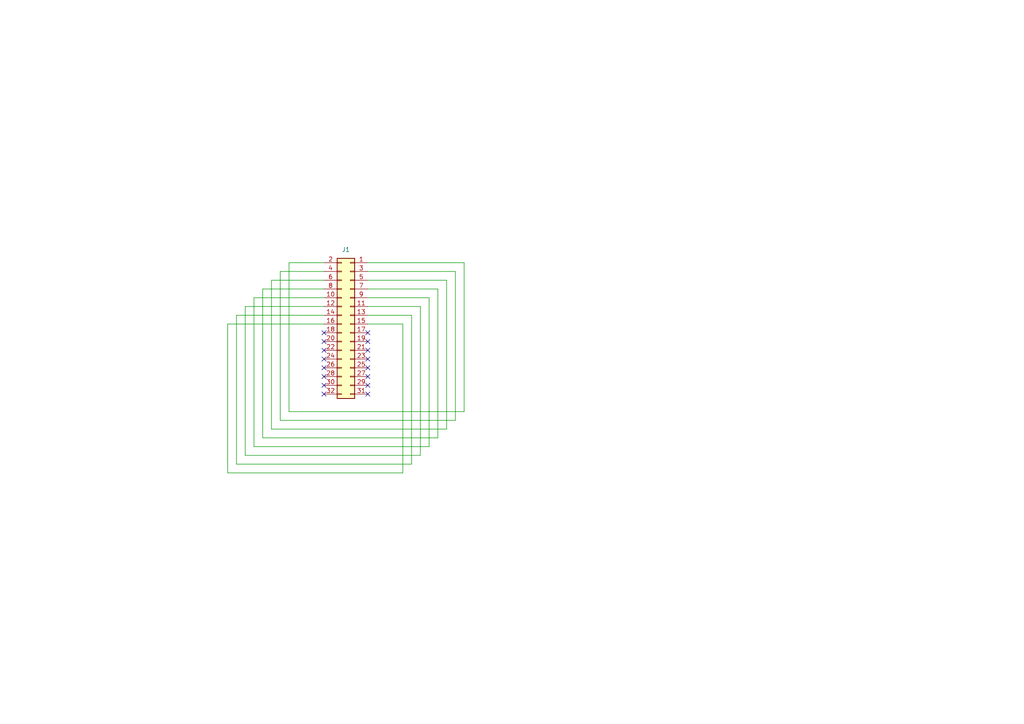
<source format=kicad_sch>
(kicad_sch (version 20231120) (generator "eeschema") (generator_version "8.0")
  (paper "A4")
  (lib_symbols
    (symbol "kicad_inventree_lib:PinHeader P2.54 02x16 SMD Straight" (pin_names (offset 1.016) hide)
      (property "Reference" "J" (at 1.27 20.32 0))
      (property "Value" "PinHeader P2.54 02x16 SMD Straight" (at 1.27 -22.86 0))
      (symbol "PinHeader P2.54 02x16 SMD Straight_1_1"
        (rectangle (start -1.27 -20.193) (end 0 -20.447) (stroke (width 0.1524)))
        (rectangle (start -1.27 -17.653) (end 0 -17.907) (stroke (width 0.1524)))
        (rectangle (start -1.27 -15.113) (end 0 -15.367) (stroke (width 0.1524)))
        (rectangle (start -1.27 -12.573) (end 0 -12.827) (stroke (width 0.1524)))
        (rectangle (start -1.27 -10.033) (end 0 -10.287) (stroke (width 0.1524)))
        (rectangle (start -1.27 -7.493) (end 0 -7.747) (stroke (width 0.1524)))
        (rectangle (start -1.27 -4.953) (end 0 -5.207) (stroke (width 0.1524)))
        (rectangle (start -1.27 -2.413) (end 0 -2.667) (stroke (width 0.1524)))
        (rectangle (start -1.27 0.127) (end 0 -0.127) (stroke (width 0.1524)))
        (rectangle (start -1.27 2.667) (end 0 2.413) (stroke (width 0.1524)))
        (rectangle (start -1.27 5.207) (end 0 4.953) (stroke (width 0.1524)))
        (rectangle (start -1.27 7.747) (end 0 7.493) (stroke (width 0.1524)))
        (rectangle (start -1.27 10.287) (end 0 10.033) (stroke (width 0.1524)))
        (rectangle (start -1.27 12.827) (end 0 12.573) (stroke (width 0.1524)))
        (rectangle (start -1.27 15.367) (end 0 15.113) (stroke (width 0.1524)))
        (rectangle (start -1.27 17.907) (end 0 17.653) (stroke (width 0.1524)))
        (rectangle (start -1.27 19.05) (end 3.81 -21.59) (stroke (width 0.254)) (fill (type background)))
        (rectangle (start 3.81 -20.193) (end 2.54 -20.447) (stroke (width 0.1524)))
        (rectangle (start 3.81 -17.653) (end 2.54 -17.907) (stroke (width 0.1524)))
        (rectangle (start 3.81 -15.113) (end 2.54 -15.367) (stroke (width 0.1524)))
        (rectangle (start 3.81 -12.573) (end 2.54 -12.827) (stroke (width 0.1524)))
        (rectangle (start 3.81 -10.033) (end 2.54 -10.287) (stroke (width 0.1524)))
        (rectangle (start 3.81 -7.493) (end 2.54 -7.747) (stroke (width 0.1524)))
        (rectangle (start 3.81 -4.953) (end 2.54 -5.207) (stroke (width 0.1524)))
        (rectangle (start 3.81 -2.413) (end 2.54 -2.667) (stroke (width 0.1524)))
        (rectangle (start 3.81 0.127) (end 2.54 -0.127) (stroke (width 0.1524)))
        (rectangle (start 3.81 2.667) (end 2.54 2.413) (stroke (width 0.1524)))
        (rectangle (start 3.81 5.207) (end 2.54 4.953) (stroke (width 0.1524)))
        (rectangle (start 3.81 7.747) (end 2.54 7.493) (stroke (width 0.1524)))
        (rectangle (start 3.81 10.287) (end 2.54 10.033) (stroke (width 0.1524)))
        (rectangle (start 3.81 12.827) (end 2.54 12.573) (stroke (width 0.1524)))
        (rectangle (start 3.81 15.367) (end 2.54 15.113) (stroke (width 0.1524)))
        (rectangle (start 3.81 17.907) (end 2.54 17.653) (stroke (width 0.1524)))
        (pin passive line (at -5.08 17.78 0) (length 3.81) (name "Pin_1") (number "1"))
        (pin passive line (at 7.62 7.62 180) (length 3.81) (name "Pin_10") (number "10"))
        (pin passive line (at -5.08 5.08 0) (length 3.81) (name "Pin_11") (number "11"))
        (pin passive line (at 7.62 5.08 180) (length 3.81) (name "Pin_12") (number "12"))
        (pin passive line (at -5.08 2.54 0) (length 3.81) (name "Pin_13") (number "13"))
        (pin passive line (at 7.62 2.54 180) (length 3.81) (name "Pin_14") (number "14"))
        (pin passive line (at -5.08 0 0) (length 3.81) (name "Pin_15") (number "15"))
        (pin passive line (at 7.62 0 180) (length 3.81) (name "Pin_16") (number "16"))
        (pin passive line (at -5.08 -2.54 0) (length 3.81) (name "Pin_17") (number "17"))
        (pin passive line (at 7.62 -2.54 180) (length 3.81) (name "Pin_18") (number "18"))
        (pin passive line (at -5.08 -5.08 0) (length 3.81) (name "Pin_19") (number "19"))
        (pin passive line (at 7.62 17.78 180) (length 3.81) (name "Pin_2") (number "2"))
        (pin passive line (at 7.62 -5.08 180) (length 3.81) (name "Pin_20") (number "20"))
        (pin passive line (at -5.08 -7.62 0) (length 3.81) (name "Pin_21") (number "21"))
        (pin passive line (at 7.62 -7.62 180) (length 3.81) (name "Pin_22") (number "22"))
        (pin passive line (at -5.08 -10.16 0) (length 3.81) (name "Pin_23") (number "23"))
        (pin passive line (at 7.62 -10.16 180) (length 3.81) (name "Pin_24") (number "24"))
        (pin passive line (at -5.08 -12.7 0) (length 3.81) (name "Pin_25") (number "25"))
        (pin passive line (at 7.62 -12.7 180) (length 3.81) (name "Pin_26") (number "26"))
        (pin passive line (at -5.08 -15.24 0) (length 3.81) (name "Pin_27") (number "27"))
        (pin passive line (at 7.62 -15.24 180) (length 3.81) (name "Pin_28") (number "28"))
        (pin passive line (at -5.08 -17.78 0) (length 3.81) (name "Pin_29") (number "29"))
        (pin passive line (at -5.08 15.24 0) (length 3.81) (name "Pin_3") (number "3"))
        (pin passive line (at 7.62 -17.78 180) (length 3.81) (name "Pin_30") (number "30"))
        (pin passive line (at -5.08 -20.32 0) (length 3.81) (name "Pin_31") (number "31"))
        (pin passive line (at 7.62 -20.32 180) (length 3.81) (name "Pin_32") (number "32"))
        (pin passive line (at 7.62 15.24 180) (length 3.81) (name "Pin_4") (number "4"))
        (pin passive line (at -5.08 12.7 0) (length 3.81) (name "Pin_5") (number "5"))
        (pin passive line (at 7.62 12.7 180) (length 3.81) (name "Pin_6") (number "6"))
        (pin passive line (at -5.08 10.16 0) (length 3.81) (name "Pin_7") (number "7"))
        (pin passive line (at 7.62 10.16 180) (length 3.81) (name "Pin_8") (number "8"))
        (pin passive line (at -5.08 7.62 0) (length 3.81) (name "Pin_9") (number "9"))
      )
    )
  )
  (no_connect (at 106.68 104.14))
  (no_connect (at 106.68 101.6))
  (no_connect (at 106.68 114.3))
  (no_connect (at 106.68 99.06))
  (no_connect (at 93.98 111.76))
  (no_connect (at 93.98 114.3))
  (no_connect (at 93.98 109.22))
  (no_connect (at 93.98 106.68))
  (no_connect (at 106.68 96.52))
  (no_connect (at 106.68 111.76))
  (no_connect (at 93.98 99.06))
  (no_connect (at 93.98 104.14))
  (no_connect (at 106.68 106.68))
  (no_connect (at 93.98 96.52))
  (no_connect (at 106.68 109.22))
  (no_connect (at 93.98 101.6))
  (wire (pts (xy 106.68 93.98) (xy 116.84 93.98)))
  (wire (pts (xy 76.2 83.82) (xy 76.2 127)))
  (wire (pts (xy 73.66 129.54) (xy 124.46 129.54)))
  (wire (pts (xy 93.98 76.2) (xy 83.82 76.2)))
  (wire (pts (xy 132.08 121.92) (xy 132.08 78.74)))
  (wire (pts (xy 93.98 93.98) (xy 66.04 93.98)))
  (wire (pts (xy 66.04 93.98) (xy 66.04 137.16)))
  (wire (pts (xy 83.82 119.38) (xy 134.62 119.38)))
  (wire (pts (xy 66.04 137.16) (xy 116.84 137.16)))
  (wire (pts (xy 106.68 76.2) (xy 134.62 76.2)))
  (wire (pts (xy 93.98 88.9) (xy 71.12 88.9)))
  (wire (pts (xy 71.12 132.08) (xy 121.92 132.08)))
  (wire (pts (xy 78.74 81.28) (xy 78.74 124.46)))
  (wire (pts (xy 134.62 119.38) (xy 134.62 76.2)))
  (wire (pts (xy 68.58 91.44) (xy 68.58 134.62)))
  (wire (pts (xy 78.74 124.46) (xy 129.54 124.46)))
  (wire (pts (xy 93.98 86.36) (xy 73.66 86.36)))
  (wire (pts (xy 106.68 88.9) (xy 121.92 88.9)))
  (wire (pts (xy 116.84 137.16) (xy 116.84 93.98)))
  (wire (pts (xy 121.92 132.08) (xy 121.92 88.9)))
  (wire (pts (xy 81.28 121.92) (xy 132.08 121.92)))
  (wire (pts (xy 93.98 81.28) (xy 78.74 81.28)))
  (wire (pts (xy 106.68 83.82) (xy 127 83.82)))
  (wire (pts (xy 106.68 81.28) (xy 129.54 81.28)))
  (wire (pts (xy 106.68 78.74) (xy 132.08 78.74)))
  (wire (pts (xy 76.2 127) (xy 127 127)))
  (wire (pts (xy 73.66 86.36) (xy 73.66 129.54)))
  (wire (pts (xy 124.46 129.54) (xy 124.46 86.36)))
  (wire (pts (xy 83.82 76.2) (xy 83.82 119.38)))
  (wire (pts (xy 71.12 88.9) (xy 71.12 132.08)))
  (wire (pts (xy 129.54 124.46) (xy 129.54 81.28)))
  (wire (pts (xy 127 127) (xy 127 83.82)))
  (wire (pts (xy 81.28 78.74) (xy 81.28 121.92)))
  (wire (pts (xy 68.58 134.62) (xy 119.38 134.62)))
  (wire (pts (xy 93.98 91.44) (xy 68.58 91.44)))
  (wire (pts (xy 106.68 86.36) (xy 124.46 86.36)))
  (wire (pts (xy 93.98 83.82) (xy 76.2 83.82)))
  (wire (pts (xy 106.68 91.44) (xy 119.38 91.44)))
  (wire (pts (xy 119.38 134.62) (xy 119.38 91.44)))
  (wire (pts (xy 93.98 78.74) (xy 81.28 78.74)))
  (symbol (lib_id "kicad_inventree_lib:PinHeader P2.54 02x16 SMD Straight") (at 101.6 93.98 0) (mirror y) (unit 1)
    (property "Reference" "J1" (at 100.33 72.39 0))
    (property "Value" "PinHeader P2.54 02x16 SMD Straight" (effects (hide yes)))
    (property "Footprint" "Connector_PinHeader_2.54mm:PinHeader_2x16_P2.54mm_Vertical_SMD" (effects (hide yes)))
    (property "Datasheet" "http://inventree.network/part/33/" (effects (hide yes)))
    (property "Description" "Generic connector, double row, 02x16, odd/even pin numbering scheme (row 1 odd numbers, row 2 even numbers), script generated (kicad-library-utils/schlib/autogen/connector/)" (effects (hide yes)))
    (property "NextPCB_url" "https://www.hqonline.com/product-detail/pin-headers-hctl-pz254-2-16-s-1018711843" (effects (hide yes)))
    (property "NextPCB_price" "0.31882" (effects (hide yes)))
    (property "part_ipn" "PinHeader P2.54 02x16 SMD Straight" (effects (hide yes)))
  )
)
</source>
